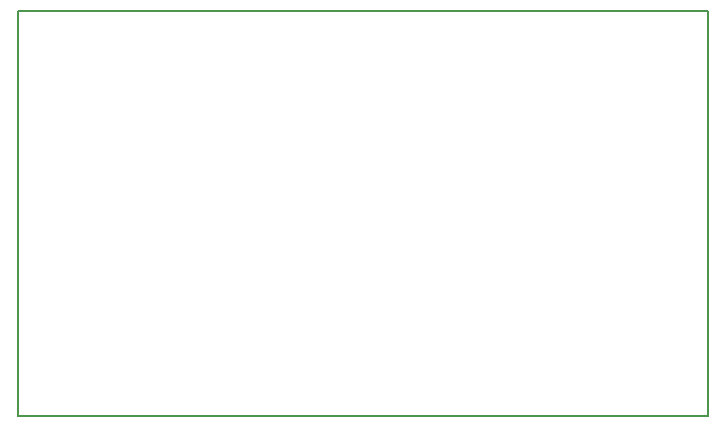
<source format=gbr>
G04 #@! TF.FileFunction,Profile,NP*
%FSLAX46Y46*%
G04 Gerber Fmt 4.6, Leading zero omitted, Abs format (unit mm)*
G04 Created by KiCad (PCBNEW 4.0.4-stable) date 04/15/18 13:16:19*
%MOMM*%
%LPD*%
G01*
G04 APERTURE LIST*
%ADD10C,0.100000*%
%ADD11C,0.150000*%
G04 APERTURE END LIST*
D10*
D11*
X129540000Y-123190000D02*
X180340000Y-123190000D01*
X129540000Y-88900000D02*
X129540000Y-123190000D01*
X181610000Y-88900000D02*
X129540000Y-88900000D01*
X187960000Y-123190000D02*
X180340000Y-123190000D01*
X187960000Y-121920000D02*
X187960000Y-123190000D01*
X187960000Y-88900000D02*
X187960000Y-121920000D01*
X181610000Y-88900000D02*
X187960000Y-88900000D01*
M02*

</source>
